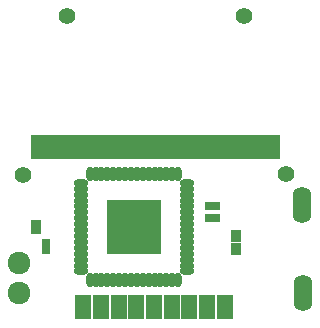
<source format=gbr>
G04 #@! TF.FileFunction,Soldermask,Top*
%FSLAX46Y46*%
G04 Gerber Fmt 4.6, Leading zero omitted, Abs format (unit mm)*
G04 Created by KiCad (PCBNEW 4.0.5+dfsg1-4) date Sun Sep  3 17:00:26 2017*
%MOMM*%
%LPD*%
G01*
G04 APERTURE LIST*
%ADD10C,0.100000*%
%ADD11O,1.200000X0.650000*%
%ADD12O,0.650000X1.200000*%
%ADD13R,4.650000X4.650000*%
%ADD14R,1.385000X2.150000*%
%ADD15R,0.710000X2.150000*%
%ADD16R,0.700000X0.750000*%
%ADD17R,0.750000X0.700000*%
%ADD18R,0.830000X0.680000*%
%ADD19O,1.600000X3.100000*%
%ADD20C,1.400000*%
%ADD21C,1.924000*%
%ADD22R,0.900000X1.000000*%
G04 APERTURE END LIST*
D10*
D11*
X112075000Y-80750000D03*
X112075000Y-80250000D03*
X112075000Y-79750000D03*
X112075000Y-79250000D03*
X112075000Y-78750000D03*
X112075000Y-78250000D03*
X112075000Y-77750000D03*
X112075000Y-77250000D03*
X112075000Y-76750000D03*
X112075000Y-76250000D03*
X112075000Y-75750000D03*
X112075000Y-75250000D03*
X112075000Y-74750000D03*
X112075000Y-74250000D03*
X112075000Y-73750000D03*
X112075000Y-73250000D03*
D12*
X111350000Y-72525000D03*
X110850000Y-72525000D03*
X110350000Y-72525000D03*
X109850000Y-72525000D03*
X109350000Y-72525000D03*
X108850000Y-72525000D03*
X108350000Y-72525000D03*
X107850000Y-72525000D03*
X107350000Y-72525000D03*
X106850000Y-72525000D03*
X106350000Y-72525000D03*
X105850000Y-72525000D03*
X105350000Y-72525000D03*
X104850000Y-72525000D03*
X104350000Y-72525000D03*
X103850000Y-72525000D03*
D11*
X103125000Y-73250000D03*
X103125000Y-73750000D03*
X103125000Y-74250000D03*
X103125000Y-74750000D03*
X103125000Y-75250000D03*
X103125000Y-75750000D03*
X103125000Y-76250000D03*
X103125000Y-76750000D03*
X103125000Y-77250000D03*
X103125000Y-77750000D03*
X103125000Y-78250000D03*
X103125000Y-78750000D03*
X103125000Y-79250000D03*
X103125000Y-79750000D03*
X103125000Y-80250000D03*
X103125000Y-80750000D03*
D12*
X103850000Y-81475000D03*
X104350000Y-81475000D03*
X104850000Y-81475000D03*
X105350000Y-81475000D03*
X105850000Y-81475000D03*
X106350000Y-81475000D03*
X106850000Y-81475000D03*
X107350000Y-81475000D03*
X107850000Y-81475000D03*
X108350000Y-81475000D03*
X108850000Y-81475000D03*
X109350000Y-81475000D03*
X109850000Y-81475000D03*
X110350000Y-81475000D03*
X110850000Y-81475000D03*
X111350000Y-81475000D03*
D13*
X107600000Y-77000000D03*
D14*
X103300000Y-83800000D03*
X104800000Y-83800000D03*
X106300000Y-83800000D03*
X107800000Y-83800000D03*
X109300000Y-83800000D03*
X110800000Y-83800000D03*
X112300000Y-83800000D03*
X113800000Y-83800000D03*
X115300000Y-83800000D03*
D15*
X99200000Y-70200000D03*
X99800000Y-70200000D03*
X100400000Y-70200000D03*
X101000000Y-70200000D03*
X101600000Y-70200000D03*
X102200000Y-70200000D03*
X102800000Y-70200000D03*
X103400000Y-70200000D03*
X104000000Y-70200000D03*
X104600000Y-70200000D03*
X105200000Y-70200000D03*
X105800000Y-70200000D03*
X106400000Y-70200000D03*
X107000000Y-70200000D03*
X107600000Y-70200000D03*
X108200000Y-70200000D03*
X108800000Y-70200000D03*
X109400000Y-70200000D03*
X110000000Y-70200000D03*
X110600000Y-70200000D03*
X111200000Y-70200000D03*
X111800000Y-70200000D03*
X112400000Y-70200000D03*
X113000000Y-70200000D03*
X113600000Y-70200000D03*
X114200000Y-70200000D03*
X114800000Y-70200000D03*
X115400000Y-70200000D03*
X116000000Y-70200000D03*
X116600000Y-70200000D03*
X117200000Y-70200000D03*
X117800000Y-70200000D03*
X118400000Y-70200000D03*
X119000000Y-70200000D03*
X119600000Y-70200000D03*
D16*
X113973000Y-75224000D03*
X114533000Y-75224000D03*
D17*
X100156000Y-78347000D03*
X100156000Y-78907000D03*
D18*
X99292400Y-76716600D03*
X99292400Y-77236600D03*
D16*
X113973000Y-76240000D03*
X114533000Y-76240000D03*
D19*
X121900000Y-82600000D03*
X121800000Y-75100000D03*
D20*
X116900000Y-59100000D03*
X120500000Y-72500000D03*
X98200000Y-72600000D03*
X101900000Y-59100000D03*
D21*
X97870000Y-82590000D03*
X97870000Y-80050000D03*
D22*
X116285000Y-78822000D03*
X116285000Y-77722000D03*
M02*

</source>
